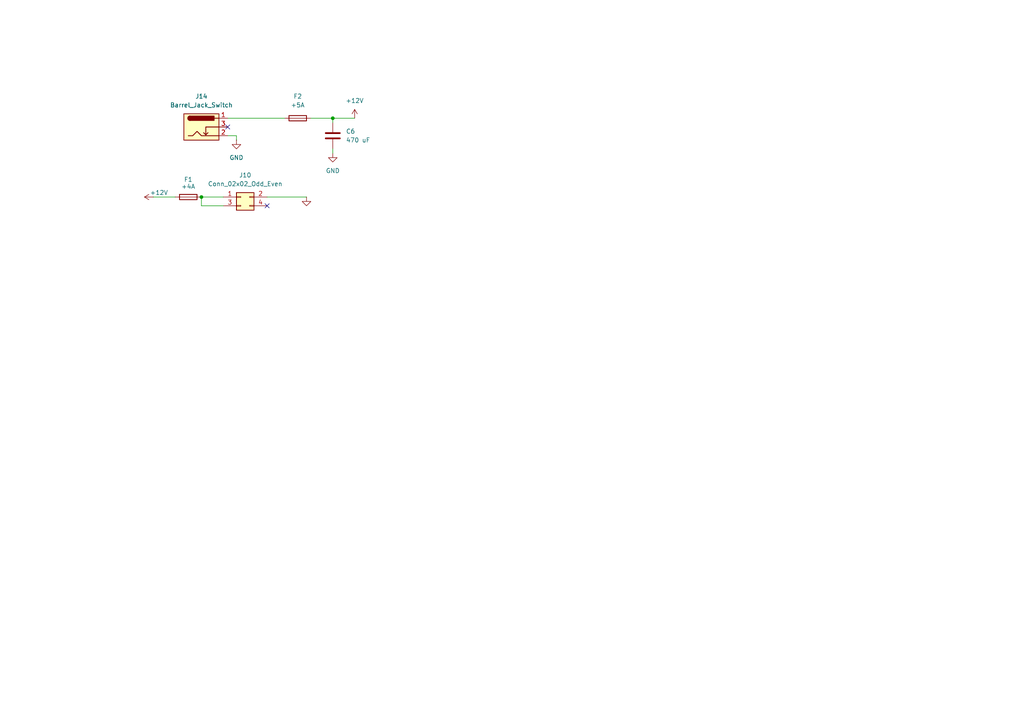
<source format=kicad_sch>
(kicad_sch
	(version 20250114)
	(generator "eeschema")
	(generator_version "9.0")
	(uuid "d95ee64c-d1e3-4d0f-b6e4-566c2b6bec3b")
	(paper "A4")
	(lib_symbols
		(symbol "Connector:Barrel_Jack_Switch"
			(pin_names
				(hide yes)
			)
			(exclude_from_sim no)
			(in_bom yes)
			(on_board yes)
			(property "Reference" "J"
				(at 0 5.334 0)
				(effects
					(font
						(size 1.27 1.27)
					)
				)
			)
			(property "Value" "Barrel_Jack_Switch"
				(at 0 -5.08 0)
				(effects
					(font
						(size 1.27 1.27)
					)
				)
			)
			(property "Footprint" ""
				(at 1.27 -1.016 0)
				(effects
					(font
						(size 1.27 1.27)
					)
					(hide yes)
				)
			)
			(property "Datasheet" "~"
				(at 1.27 -1.016 0)
				(effects
					(font
						(size 1.27 1.27)
					)
					(hide yes)
				)
			)
			(property "Description" "DC Barrel Jack with an internal switch"
				(at 0 0 0)
				(effects
					(font
						(size 1.27 1.27)
					)
					(hide yes)
				)
			)
			(property "ki_keywords" "DC power barrel jack connector"
				(at 0 0 0)
				(effects
					(font
						(size 1.27 1.27)
					)
					(hide yes)
				)
			)
			(property "ki_fp_filters" "BarrelJack*"
				(at 0 0 0)
				(effects
					(font
						(size 1.27 1.27)
					)
					(hide yes)
				)
			)
			(symbol "Barrel_Jack_Switch_0_1"
				(rectangle
					(start -5.08 3.81)
					(end 5.08 -3.81)
					(stroke
						(width 0.254)
						(type default)
					)
					(fill
						(type background)
					)
				)
				(polyline
					(pts
						(xy -3.81 -2.54) (xy -2.54 -2.54) (xy -1.27 -1.27) (xy 0 -2.54) (xy 2.54 -2.54) (xy 5.08 -2.54)
					)
					(stroke
						(width 0.254)
						(type default)
					)
					(fill
						(type none)
					)
				)
				(arc
					(start -3.302 1.905)
					(mid -3.9343 2.54)
					(end -3.302 3.175)
					(stroke
						(width 0.254)
						(type default)
					)
					(fill
						(type none)
					)
				)
				(arc
					(start -3.302 1.905)
					(mid -3.9343 2.54)
					(end -3.302 3.175)
					(stroke
						(width 0.254)
						(type default)
					)
					(fill
						(type outline)
					)
				)
				(polyline
					(pts
						(xy 1.27 -2.286) (xy 1.905 -1.651)
					)
					(stroke
						(width 0.254)
						(type default)
					)
					(fill
						(type none)
					)
				)
				(rectangle
					(start 3.683 3.175)
					(end -3.302 1.905)
					(stroke
						(width 0.254)
						(type default)
					)
					(fill
						(type outline)
					)
				)
				(polyline
					(pts
						(xy 5.08 2.54) (xy 3.81 2.54)
					)
					(stroke
						(width 0.254)
						(type default)
					)
					(fill
						(type none)
					)
				)
				(polyline
					(pts
						(xy 5.08 0) (xy 1.27 0) (xy 1.27 -2.286) (xy 0.635 -1.651)
					)
					(stroke
						(width 0.254)
						(type default)
					)
					(fill
						(type none)
					)
				)
			)
			(symbol "Barrel_Jack_Switch_1_1"
				(pin passive line
					(at 7.62 2.54 180)
					(length 2.54)
					(name "~"
						(effects
							(font
								(size 1.27 1.27)
							)
						)
					)
					(number "1"
						(effects
							(font
								(size 1.27 1.27)
							)
						)
					)
				)
				(pin passive line
					(at 7.62 0 180)
					(length 2.54)
					(name "~"
						(effects
							(font
								(size 1.27 1.27)
							)
						)
					)
					(number "3"
						(effects
							(font
								(size 1.27 1.27)
							)
						)
					)
				)
				(pin passive line
					(at 7.62 -2.54 180)
					(length 2.54)
					(name "~"
						(effects
							(font
								(size 1.27 1.27)
							)
						)
					)
					(number "2"
						(effects
							(font
								(size 1.27 1.27)
							)
						)
					)
				)
			)
			(embedded_fonts no)
		)
		(symbol "Connector_Generic:Conn_02x02_Odd_Even"
			(pin_names
				(offset 1.016)
				(hide yes)
			)
			(exclude_from_sim no)
			(in_bom yes)
			(on_board yes)
			(property "Reference" "J"
				(at 1.27 2.54 0)
				(effects
					(font
						(size 1.27 1.27)
					)
				)
			)
			(property "Value" "Conn_02x02_Odd_Even"
				(at 1.27 -5.08 0)
				(effects
					(font
						(size 1.27 1.27)
					)
				)
			)
			(property "Footprint" ""
				(at 0 0 0)
				(effects
					(font
						(size 1.27 1.27)
					)
					(hide yes)
				)
			)
			(property "Datasheet" "~"
				(at 0 0 0)
				(effects
					(font
						(size 1.27 1.27)
					)
					(hide yes)
				)
			)
			(property "Description" "Generic connector, double row, 02x02, odd/even pin numbering scheme (row 1 odd numbers, row 2 even numbers), script generated (kicad-library-utils/schlib/autogen/connector/)"
				(at 0 0 0)
				(effects
					(font
						(size 1.27 1.27)
					)
					(hide yes)
				)
			)
			(property "ki_keywords" "connector"
				(at 0 0 0)
				(effects
					(font
						(size 1.27 1.27)
					)
					(hide yes)
				)
			)
			(property "ki_fp_filters" "Connector*:*_2x??_*"
				(at 0 0 0)
				(effects
					(font
						(size 1.27 1.27)
					)
					(hide yes)
				)
			)
			(symbol "Conn_02x02_Odd_Even_1_1"
				(rectangle
					(start -1.27 1.27)
					(end 3.81 -3.81)
					(stroke
						(width 0.254)
						(type default)
					)
					(fill
						(type background)
					)
				)
				(rectangle
					(start -1.27 0.127)
					(end 0 -0.127)
					(stroke
						(width 0.1524)
						(type default)
					)
					(fill
						(type none)
					)
				)
				(rectangle
					(start -1.27 -2.413)
					(end 0 -2.667)
					(stroke
						(width 0.1524)
						(type default)
					)
					(fill
						(type none)
					)
				)
				(rectangle
					(start 3.81 0.127)
					(end 2.54 -0.127)
					(stroke
						(width 0.1524)
						(type default)
					)
					(fill
						(type none)
					)
				)
				(rectangle
					(start 3.81 -2.413)
					(end 2.54 -2.667)
					(stroke
						(width 0.1524)
						(type default)
					)
					(fill
						(type none)
					)
				)
				(pin passive line
					(at -5.08 0 0)
					(length 3.81)
					(name "Pin_1"
						(effects
							(font
								(size 1.27 1.27)
							)
						)
					)
					(number "1"
						(effects
							(font
								(size 1.27 1.27)
							)
						)
					)
				)
				(pin passive line
					(at -5.08 -2.54 0)
					(length 3.81)
					(name "Pin_3"
						(effects
							(font
								(size 1.27 1.27)
							)
						)
					)
					(number "3"
						(effects
							(font
								(size 1.27 1.27)
							)
						)
					)
				)
				(pin passive line
					(at 7.62 0 180)
					(length 3.81)
					(name "Pin_2"
						(effects
							(font
								(size 1.27 1.27)
							)
						)
					)
					(number "2"
						(effects
							(font
								(size 1.27 1.27)
							)
						)
					)
				)
				(pin passive line
					(at 7.62 -2.54 180)
					(length 3.81)
					(name "Pin_4"
						(effects
							(font
								(size 1.27 1.27)
							)
						)
					)
					(number "4"
						(effects
							(font
								(size 1.27 1.27)
							)
						)
					)
				)
			)
			(embedded_fonts no)
		)
		(symbol "Device:C"
			(pin_numbers
				(hide yes)
			)
			(pin_names
				(offset 0.254)
			)
			(exclude_from_sim no)
			(in_bom yes)
			(on_board yes)
			(property "Reference" "C"
				(at 0.635 2.54 0)
				(effects
					(font
						(size 1.27 1.27)
					)
					(justify left)
				)
			)
			(property "Value" "C"
				(at 0.635 -2.54 0)
				(effects
					(font
						(size 1.27 1.27)
					)
					(justify left)
				)
			)
			(property "Footprint" ""
				(at 0.9652 -3.81 0)
				(effects
					(font
						(size 1.27 1.27)
					)
					(hide yes)
				)
			)
			(property "Datasheet" "~"
				(at 0 0 0)
				(effects
					(font
						(size 1.27 1.27)
					)
					(hide yes)
				)
			)
			(property "Description" "Unpolarized capacitor"
				(at 0 0 0)
				(effects
					(font
						(size 1.27 1.27)
					)
					(hide yes)
				)
			)
			(property "ki_keywords" "cap capacitor"
				(at 0 0 0)
				(effects
					(font
						(size 1.27 1.27)
					)
					(hide yes)
				)
			)
			(property "ki_fp_filters" "C_*"
				(at 0 0 0)
				(effects
					(font
						(size 1.27 1.27)
					)
					(hide yes)
				)
			)
			(symbol "C_0_1"
				(polyline
					(pts
						(xy -2.032 0.762) (xy 2.032 0.762)
					)
					(stroke
						(width 0.508)
						(type default)
					)
					(fill
						(type none)
					)
				)
				(polyline
					(pts
						(xy -2.032 -0.762) (xy 2.032 -0.762)
					)
					(stroke
						(width 0.508)
						(type default)
					)
					(fill
						(type none)
					)
				)
			)
			(symbol "C_1_1"
				(pin passive line
					(at 0 3.81 270)
					(length 2.794)
					(name "~"
						(effects
							(font
								(size 1.27 1.27)
							)
						)
					)
					(number "1"
						(effects
							(font
								(size 1.27 1.27)
							)
						)
					)
				)
				(pin passive line
					(at 0 -3.81 90)
					(length 2.794)
					(name "~"
						(effects
							(font
								(size 1.27 1.27)
							)
						)
					)
					(number "2"
						(effects
							(font
								(size 1.27 1.27)
							)
						)
					)
				)
			)
			(embedded_fonts no)
		)
		(symbol "Device:Fuse"
			(pin_numbers
				(hide yes)
			)
			(pin_names
				(offset 0)
			)
			(exclude_from_sim no)
			(in_bom yes)
			(on_board yes)
			(property "Reference" "F"
				(at 2.032 0 90)
				(effects
					(font
						(size 1.27 1.27)
					)
				)
			)
			(property "Value" "Fuse"
				(at -1.905 0 90)
				(effects
					(font
						(size 1.27 1.27)
					)
				)
			)
			(property "Footprint" ""
				(at -1.778 0 90)
				(effects
					(font
						(size 1.27 1.27)
					)
					(hide yes)
				)
			)
			(property "Datasheet" "~"
				(at 0 0 0)
				(effects
					(font
						(size 1.27 1.27)
					)
					(hide yes)
				)
			)
			(property "Description" "Fuse"
				(at 0 0 0)
				(effects
					(font
						(size 1.27 1.27)
					)
					(hide yes)
				)
			)
			(property "ki_keywords" "fuse"
				(at 0 0 0)
				(effects
					(font
						(size 1.27 1.27)
					)
					(hide yes)
				)
			)
			(property "ki_fp_filters" "*Fuse*"
				(at 0 0 0)
				(effects
					(font
						(size 1.27 1.27)
					)
					(hide yes)
				)
			)
			(symbol "Fuse_0_1"
				(rectangle
					(start -0.762 -2.54)
					(end 0.762 2.54)
					(stroke
						(width 0.254)
						(type default)
					)
					(fill
						(type none)
					)
				)
				(polyline
					(pts
						(xy 0 2.54) (xy 0 -2.54)
					)
					(stroke
						(width 0)
						(type default)
					)
					(fill
						(type none)
					)
				)
			)
			(symbol "Fuse_1_1"
				(pin passive line
					(at 0 3.81 270)
					(length 1.27)
					(name "~"
						(effects
							(font
								(size 1.27 1.27)
							)
						)
					)
					(number "1"
						(effects
							(font
								(size 1.27 1.27)
							)
						)
					)
				)
				(pin passive line
					(at 0 -3.81 90)
					(length 1.27)
					(name "~"
						(effects
							(font
								(size 1.27 1.27)
							)
						)
					)
					(number "2"
						(effects
							(font
								(size 1.27 1.27)
							)
						)
					)
				)
			)
			(embedded_fonts no)
		)
		(symbol "power:+24V"
			(power)
			(pin_numbers
				(hide yes)
			)
			(pin_names
				(offset 0)
				(hide yes)
			)
			(exclude_from_sim no)
			(in_bom yes)
			(on_board yes)
			(property "Reference" "#PWR"
				(at 0 -3.81 0)
				(effects
					(font
						(size 1.27 1.27)
					)
					(hide yes)
				)
			)
			(property "Value" "+24V"
				(at 0 3.556 0)
				(effects
					(font
						(size 1.27 1.27)
					)
				)
			)
			(property "Footprint" ""
				(at 0 0 0)
				(effects
					(font
						(size 1.27 1.27)
					)
					(hide yes)
				)
			)
			(property "Datasheet" ""
				(at 0 0 0)
				(effects
					(font
						(size 1.27 1.27)
					)
					(hide yes)
				)
			)
			(property "Description" "Power symbol creates a global label with name \"+24V\""
				(at 0 0 0)
				(effects
					(font
						(size 1.27 1.27)
					)
					(hide yes)
				)
			)
			(property "ki_keywords" "global power"
				(at 0 0 0)
				(effects
					(font
						(size 1.27 1.27)
					)
					(hide yes)
				)
			)
			(symbol "+24V_0_1"
				(polyline
					(pts
						(xy -0.762 1.27) (xy 0 2.54)
					)
					(stroke
						(width 0)
						(type default)
					)
					(fill
						(type none)
					)
				)
				(polyline
					(pts
						(xy 0 2.54) (xy 0.762 1.27)
					)
					(stroke
						(width 0)
						(type default)
					)
					(fill
						(type none)
					)
				)
				(polyline
					(pts
						(xy 0 0) (xy 0 2.54)
					)
					(stroke
						(width 0)
						(type default)
					)
					(fill
						(type none)
					)
				)
			)
			(symbol "+24V_1_1"
				(pin power_in line
					(at 0 0 90)
					(length 0)
					(name "~"
						(effects
							(font
								(size 1.27 1.27)
							)
						)
					)
					(number "1"
						(effects
							(font
								(size 1.27 1.27)
							)
						)
					)
				)
			)
			(embedded_fonts no)
		)
		(symbol "power:GND"
			(power)
			(pin_numbers
				(hide yes)
			)
			(pin_names
				(offset 0)
				(hide yes)
			)
			(exclude_from_sim no)
			(in_bom yes)
			(on_board yes)
			(property "Reference" "#PWR"
				(at 0 -6.35 0)
				(effects
					(font
						(size 1.27 1.27)
					)
					(hide yes)
				)
			)
			(property "Value" "GND"
				(at 0 -3.81 0)
				(effects
					(font
						(size 1.27 1.27)
					)
				)
			)
			(property "Footprint" ""
				(at 0 0 0)
				(effects
					(font
						(size 1.27 1.27)
					)
					(hide yes)
				)
			)
			(property "Datasheet" ""
				(at 0 0 0)
				(effects
					(font
						(size 1.27 1.27)
					)
					(hide yes)
				)
			)
			(property "Description" "Power symbol creates a global label with name \"GND\" , ground"
				(at 0 0 0)
				(effects
					(font
						(size 1.27 1.27)
					)
					(hide yes)
				)
			)
			(property "ki_keywords" "global power"
				(at 0 0 0)
				(effects
					(font
						(size 1.27 1.27)
					)
					(hide yes)
				)
			)
			(symbol "GND_0_1"
				(polyline
					(pts
						(xy 0 0) (xy 0 -1.27) (xy 1.27 -1.27) (xy 0 -2.54) (xy -1.27 -1.27) (xy 0 -1.27)
					)
					(stroke
						(width 0)
						(type default)
					)
					(fill
						(type none)
					)
				)
			)
			(symbol "GND_1_1"
				(pin power_in line
					(at 0 0 270)
					(length 0)
					(name "~"
						(effects
							(font
								(size 1.27 1.27)
							)
						)
					)
					(number "1"
						(effects
							(font
								(size 1.27 1.27)
							)
						)
					)
				)
			)
			(embedded_fonts no)
		)
	)
	(junction
		(at 96.52 34.29)
		(diameter 0)
		(color 0 0 0 0)
		(uuid "5056f9b5-8a72-4f7f-bb0c-d19cae85fe25")
	)
	(junction
		(at 58.42 57.15)
		(diameter 0)
		(color 0 0 0 0)
		(uuid "b8b9e0ab-1a36-489a-9804-04c98b083a72")
	)
	(no_connect
		(at 77.47 59.69)
		(uuid "37e7169d-64eb-4c21-99f9-b93686cff45b")
	)
	(no_connect
		(at 66.04 36.83)
		(uuid "7ef0fb59-8950-4579-8ed2-b40fad960908")
	)
	(wire
		(pts
			(xy 96.52 35.56) (xy 96.52 34.29)
		)
		(stroke
			(width 0)
			(type default)
		)
		(uuid "09eff7ba-c64c-4ade-8fd0-47beb07fa485")
	)
	(wire
		(pts
			(xy 96.52 34.29) (xy 102.87 34.29)
		)
		(stroke
			(width 0)
			(type default)
		)
		(uuid "28ac6df3-1711-46fc-8bce-4d51bbea74f6")
	)
	(wire
		(pts
			(xy 58.42 57.15) (xy 58.42 59.69)
		)
		(stroke
			(width 0)
			(type default)
		)
		(uuid "30e9f3b8-8995-49d4-b113-0a0ef231f59e")
	)
	(wire
		(pts
			(xy 66.04 34.29) (xy 82.55 34.29)
		)
		(stroke
			(width 0)
			(type default)
		)
		(uuid "69230b66-d653-4c37-94ff-916f824ba5fb")
	)
	(wire
		(pts
			(xy 58.42 57.15) (xy 64.77 57.15)
		)
		(stroke
			(width 0)
			(type default)
		)
		(uuid "8215c651-de3d-4812-95d5-2e8688e8451f")
	)
	(wire
		(pts
			(xy 77.47 57.15) (xy 88.9 57.15)
		)
		(stroke
			(width 0)
			(type default)
		)
		(uuid "88057486-85ff-4c46-93fa-34a425330cf0")
	)
	(wire
		(pts
			(xy 96.52 43.18) (xy 96.52 44.45)
		)
		(stroke
			(width 0)
			(type default)
		)
		(uuid "9df08309-3e67-4d02-a473-90be4484a3f2")
	)
	(wire
		(pts
			(xy 96.52 34.29) (xy 90.17 34.29)
		)
		(stroke
			(width 0)
			(type default)
		)
		(uuid "ac85f570-c31c-4254-b166-45819f346b61")
	)
	(wire
		(pts
			(xy 44.45 57.15) (xy 50.8 57.15)
		)
		(stroke
			(width 0)
			(type default)
		)
		(uuid "ca2402f1-a749-4a97-98e7-67212b45de9d")
	)
	(wire
		(pts
			(xy 68.58 39.37) (xy 68.58 40.64)
		)
		(stroke
			(width 0)
			(type default)
		)
		(uuid "cd1ed42d-42e7-499c-8f89-0ed3ae1d03e4")
	)
	(wire
		(pts
			(xy 58.42 59.69) (xy 64.77 59.69)
		)
		(stroke
			(width 0)
			(type default)
		)
		(uuid "da8c0d26-9a83-46a1-bad7-1eff6f9da670")
	)
	(wire
		(pts
			(xy 66.04 39.37) (xy 68.58 39.37)
		)
		(stroke
			(width 0)
			(type default)
		)
		(uuid "f0e91841-b627-4527-93f5-03f83ccffa8c")
	)
	(symbol
		(lib_id "power:+24V")
		(at 44.45 57.15 90)
		(mirror x)
		(unit 1)
		(exclude_from_sim no)
		(in_bom yes)
		(on_board yes)
		(dnp no)
		(uuid "2137e4f9-1573-49f3-b5b3-da44441d298b")
		(property "Reference" "#PWR029"
			(at 48.26 57.15 0)
			(effects
				(font
					(size 1.27 1.27)
				)
				(hide yes)
			)
		)
		(property "Value" "+12V"
			(at 48.768 55.88 90)
			(effects
				(font
					(size 1.27 1.27)
				)
				(justify left)
			)
		)
		(property "Footprint" ""
			(at 44.45 57.15 0)
			(effects
				(font
					(size 1.27 1.27)
				)
				(hide yes)
			)
		)
		(property "Datasheet" ""
			(at 44.45 57.15 0)
			(effects
				(font
					(size 1.27 1.27)
				)
				(hide yes)
			)
		)
		(property "Description" "Power symbol creates a global label with name \"+24V\""
			(at 44.45 57.15 0)
			(effects
				(font
					(size 1.27 1.27)
				)
				(hide yes)
			)
		)
		(pin "1"
			(uuid "f6dc0e6b-465c-4c06-bc3d-9d977b15602a")
		)
		(instances
			(project "TSOMProject"
				(path "/f13eb969-5de0-437e-a1b7-e0204111e0b2/3dfa5878-c6a8-4afa-a50e-575ab1e49328"
					(reference "#PWR029")
					(unit 1)
				)
			)
		)
	)
	(symbol
		(lib_id "power:GND")
		(at 68.58 40.64 0)
		(unit 1)
		(exclude_from_sim no)
		(in_bom yes)
		(on_board yes)
		(dnp no)
		(fields_autoplaced yes)
		(uuid "2e81e792-ebd1-479b-875b-cb94ca98ab56")
		(property "Reference" "#PWR046"
			(at 68.58 46.99 0)
			(effects
				(font
					(size 1.27 1.27)
				)
				(hide yes)
			)
		)
		(property "Value" "GND"
			(at 68.58 45.72 0)
			(effects
				(font
					(size 1.27 1.27)
				)
			)
		)
		(property "Footprint" ""
			(at 68.58 40.64 0)
			(effects
				(font
					(size 1.27 1.27)
				)
				(hide yes)
			)
		)
		(property "Datasheet" ""
			(at 68.58 40.64 0)
			(effects
				(font
					(size 1.27 1.27)
				)
				(hide yes)
			)
		)
		(property "Description" "Power symbol creates a global label with name \"GND\" , ground"
			(at 68.58 40.64 0)
			(effects
				(font
					(size 1.27 1.27)
				)
				(hide yes)
			)
		)
		(pin "1"
			(uuid "b346ceb3-c348-4849-a191-a1855f1061a7")
		)
		(instances
			(project ""
				(path "/f13eb969-5de0-437e-a1b7-e0204111e0b2/3dfa5878-c6a8-4afa-a50e-575ab1e49328"
					(reference "#PWR046")
					(unit 1)
				)
			)
		)
	)
	(symbol
		(lib_id "Device:Fuse")
		(at 86.36 34.29 90)
		(unit 1)
		(exclude_from_sim no)
		(in_bom yes)
		(on_board yes)
		(dnp no)
		(fields_autoplaced yes)
		(uuid "36965185-f08d-45d5-86bf-f7eef8ed092f")
		(property "Reference" "F2"
			(at 86.36 27.94 90)
			(effects
				(font
					(size 1.27 1.27)
				)
			)
		)
		(property "Value" "+5A"
			(at 86.36 30.48 90)
			(effects
				(font
					(size 1.27 1.27)
				)
			)
		)
		(property "Footprint" "Fuse:Fuseholder_Blade_Mini_Keystone_3568"
			(at 86.36 36.068 90)
			(effects
				(font
					(size 1.27 1.27)
				)
				(hide yes)
			)
		)
		(property "Datasheet" "~"
			(at 86.36 34.29 0)
			(effects
				(font
					(size 1.27 1.27)
				)
				(hide yes)
			)
		)
		(property "Description" "Fuse"
			(at 86.36 34.29 0)
			(effects
				(font
					(size 1.27 1.27)
				)
				(hide yes)
			)
		)
		(pin "1"
			(uuid "559dc44b-36cf-4a7d-940f-03acadac1e37")
		)
		(pin "2"
			(uuid "7ee93998-682b-4426-a166-163084b78f24")
		)
		(instances
			(project "TSOMProject"
				(path "/f13eb969-5de0-437e-a1b7-e0204111e0b2/3dfa5878-c6a8-4afa-a50e-575ab1e49328"
					(reference "F2")
					(unit 1)
				)
			)
		)
	)
	(symbol
		(lib_id "power:+24V")
		(at 102.87 34.29 0)
		(mirror y)
		(unit 1)
		(exclude_from_sim no)
		(in_bom yes)
		(on_board yes)
		(dnp no)
		(fields_autoplaced yes)
		(uuid "3d9b6966-9206-4933-ae80-a7c511d539f1")
		(property "Reference" "#PWR050"
			(at 102.87 38.1 0)
			(effects
				(font
					(size 1.27 1.27)
				)
				(hide yes)
			)
		)
		(property "Value" "+12V"
			(at 102.87 29.21 0)
			(effects
				(font
					(size 1.27 1.27)
				)
			)
		)
		(property "Footprint" ""
			(at 102.87 34.29 0)
			(effects
				(font
					(size 1.27 1.27)
				)
				(hide yes)
			)
		)
		(property "Datasheet" ""
			(at 102.87 34.29 0)
			(effects
				(font
					(size 1.27 1.27)
				)
				(hide yes)
			)
		)
		(property "Description" "Power symbol creates a global label with name \"+24V\""
			(at 102.87 34.29 0)
			(effects
				(font
					(size 1.27 1.27)
				)
				(hide yes)
			)
		)
		(pin "1"
			(uuid "7433b7e8-e11a-4788-981d-e59950d9bf3e")
		)
		(instances
			(project "TSOMProject"
				(path "/f13eb969-5de0-437e-a1b7-e0204111e0b2/3dfa5878-c6a8-4afa-a50e-575ab1e49328"
					(reference "#PWR050")
					(unit 1)
				)
			)
		)
	)
	(symbol
		(lib_id "Connector:Barrel_Jack_Switch")
		(at 58.42 36.83 0)
		(unit 1)
		(exclude_from_sim no)
		(in_bom yes)
		(on_board yes)
		(dnp no)
		(fields_autoplaced yes)
		(uuid "4cdd47c1-6d44-4237-8ad9-b26cd9450400")
		(property "Reference" "J14"
			(at 58.42 27.94 0)
			(effects
				(font
					(size 1.27 1.27)
				)
			)
		)
		(property "Value" "Barrel_Jack_Switch"
			(at 58.42 30.48 0)
			(effects
				(font
					(size 1.27 1.27)
				)
			)
		)
		(property "Footprint" "KiCad:694108301002"
			(at 59.69 37.846 0)
			(effects
				(font
					(size 1.27 1.27)
				)
				(hide yes)
			)
		)
		(property "Datasheet" "~"
			(at 59.69 37.846 0)
			(effects
				(font
					(size 1.27 1.27)
				)
				(hide yes)
			)
		)
		(property "Description" "DC Barrel Jack with an internal switch"
			(at 58.42 36.83 0)
			(effects
				(font
					(size 1.27 1.27)
				)
				(hide yes)
			)
		)
		(pin "3"
			(uuid "5f698af2-8b0d-44af-bffb-7afb276e947f")
		)
		(pin "2"
			(uuid "a4d9a101-c6fb-41a6-83d8-18f958176346")
		)
		(pin "1"
			(uuid "69661811-9b41-43f4-89d8-ad25e368a969")
		)
		(instances
			(project ""
				(path "/f13eb969-5de0-437e-a1b7-e0204111e0b2/3dfa5878-c6a8-4afa-a50e-575ab1e49328"
					(reference "J14")
					(unit 1)
				)
			)
		)
	)
	(symbol
		(lib_id "power:GND")
		(at 96.52 44.45 0)
		(unit 1)
		(exclude_from_sim no)
		(in_bom yes)
		(on_board yes)
		(dnp no)
		(fields_autoplaced yes)
		(uuid "624be049-cce9-49cd-9d88-46927fc1c90a")
		(property "Reference" "#PWR048"
			(at 96.52 50.8 0)
			(effects
				(font
					(size 1.27 1.27)
				)
				(hide yes)
			)
		)
		(property "Value" "GND"
			(at 96.52 49.53 0)
			(effects
				(font
					(size 1.27 1.27)
				)
			)
		)
		(property "Footprint" ""
			(at 96.52 44.45 0)
			(effects
				(font
					(size 1.27 1.27)
				)
				(hide yes)
			)
		)
		(property "Datasheet" ""
			(at 96.52 44.45 0)
			(effects
				(font
					(size 1.27 1.27)
				)
				(hide yes)
			)
		)
		(property "Description" "Power symbol creates a global label with name \"GND\" , ground"
			(at 96.52 44.45 0)
			(effects
				(font
					(size 1.27 1.27)
				)
				(hide yes)
			)
		)
		(pin "1"
			(uuid "404e7316-31d8-499e-97c0-79f939756447")
		)
		(instances
			(project "TSOMProject"
				(path "/f13eb969-5de0-437e-a1b7-e0204111e0b2/3dfa5878-c6a8-4afa-a50e-575ab1e49328"
					(reference "#PWR048")
					(unit 1)
				)
			)
		)
	)
	(symbol
		(lib_id "Device:C")
		(at 96.52 39.37 0)
		(unit 1)
		(exclude_from_sim no)
		(in_bom yes)
		(on_board yes)
		(dnp no)
		(fields_autoplaced yes)
		(uuid "b5e009f2-bbc8-49d1-b978-d2cec93e71c4")
		(property "Reference" "C6"
			(at 100.33 38.0999 0)
			(effects
				(font
					(size 1.27 1.27)
				)
				(justify left)
			)
		)
		(property "Value" "470 uF"
			(at 100.33 40.6399 0)
			(effects
				(font
					(size 1.27 1.27)
				)
				(justify left)
			)
		)
		(property "Footprint" "Capacitor_SMD:C_0603_1608Metric_Pad1.08x0.95mm_HandSolder"
			(at 97.4852 43.18 0)
			(effects
				(font
					(size 1.27 1.27)
				)
				(hide yes)
			)
		)
		(property "Datasheet" "~"
			(at 96.52 39.37 0)
			(effects
				(font
					(size 1.27 1.27)
				)
				(hide yes)
			)
		)
		(property "Description" "Unpolarized capacitor"
			(at 96.52 39.37 0)
			(effects
				(font
					(size 1.27 1.27)
				)
				(hide yes)
			)
		)
		(pin "2"
			(uuid "f7a09d5a-30c9-4822-80eb-fe4ef476d79b")
		)
		(pin "1"
			(uuid "89ac17f2-293a-4b57-81c8-99c24249a227")
		)
		(instances
			(project "TSOMProject"
				(path "/f13eb969-5de0-437e-a1b7-e0204111e0b2/3dfa5878-c6a8-4afa-a50e-575ab1e49328"
					(reference "C6")
					(unit 1)
				)
			)
		)
	)
	(symbol
		(lib_id "Device:Fuse")
		(at 54.61 57.15 90)
		(unit 1)
		(exclude_from_sim no)
		(in_bom yes)
		(on_board yes)
		(dnp no)
		(uuid "d51e13a2-932f-466a-90f5-0688d98b138b")
		(property "Reference" "F1"
			(at 54.61 52.07 90)
			(effects
				(font
					(size 1.27 1.27)
				)
			)
		)
		(property "Value" "+4A"
			(at 54.61 54.102 90)
			(effects
				(font
					(size 1.27 1.27)
				)
			)
		)
		(property "Footprint" "Fuse:Fuseholder_Blade_Mini_Keystone_3568"
			(at 54.61 58.928 90)
			(effects
				(font
					(size 1.27 1.27)
				)
				(hide yes)
			)
		)
		(property "Datasheet" "~"
			(at 54.61 57.15 0)
			(effects
				(font
					(size 1.27 1.27)
				)
				(hide yes)
			)
		)
		(property "Description" "Fuse"
			(at 54.61 57.15 0)
			(effects
				(font
					(size 1.27 1.27)
				)
				(hide yes)
			)
		)
		(pin "1"
			(uuid "d2d73a9f-7d8e-4d15-ba09-0cbbb21aecba")
		)
		(pin "2"
			(uuid "ae00bb80-d319-4b76-b63c-8809f03e8ad4")
		)
		(instances
			(project "TSOMProject"
				(path "/f13eb969-5de0-437e-a1b7-e0204111e0b2/3dfa5878-c6a8-4afa-a50e-575ab1e49328"
					(reference "F1")
					(unit 1)
				)
			)
		)
	)
	(symbol
		(lib_id "power:GND")
		(at 88.9 57.15 0)
		(unit 1)
		(exclude_from_sim no)
		(in_bom yes)
		(on_board yes)
		(dnp no)
		(fields_autoplaced yes)
		(uuid "ecc080bf-a4bd-4ef0-ae9b-dc2fa145451e")
		(property "Reference" "#PWR042"
			(at 88.9 63.5 0)
			(effects
				(font
					(size 1.27 1.27)
				)
				(hide yes)
			)
		)
		(property "Value" "GND"
			(at 88.9 62.23 0)
			(effects
				(font
					(size 1.27 1.27)
				)
				(hide yes)
			)
		)
		(property "Footprint" ""
			(at 88.9 57.15 0)
			(effects
				(font
					(size 1.27 1.27)
				)
				(hide yes)
			)
		)
		(property "Datasheet" ""
			(at 88.9 57.15 0)
			(effects
				(font
					(size 1.27 1.27)
				)
				(hide yes)
			)
		)
		(property "Description" "Power symbol creates a global label with name \"GND\" , ground"
			(at 88.9 57.15 0)
			(effects
				(font
					(size 1.27 1.27)
				)
				(hide yes)
			)
		)
		(pin "1"
			(uuid "bbec9edb-cb0d-4726-86cc-88aa0665edef")
		)
		(instances
			(project "TSOMProject"
				(path "/f13eb969-5de0-437e-a1b7-e0204111e0b2/3dfa5878-c6a8-4afa-a50e-575ab1e49328"
					(reference "#PWR042")
					(unit 1)
				)
			)
		)
	)
	(symbol
		(lib_id "Connector_Generic:Conn_02x02_Odd_Even")
		(at 69.85 57.15 0)
		(unit 1)
		(exclude_from_sim no)
		(in_bom yes)
		(on_board yes)
		(dnp no)
		(fields_autoplaced yes)
		(uuid "ef1cf269-b62f-43c1-950a-59da5e22e644")
		(property "Reference" "J10"
			(at 71.12 50.8 0)
			(effects
				(font
					(size 1.27 1.27)
				)
			)
		)
		(property "Value" "Conn_02x02_Odd_Even"
			(at 71.12 53.34 0)
			(effects
				(font
					(size 1.27 1.27)
				)
			)
		)
		(property "Footprint" "Connector_Molex:Molex_Nano-Fit_105310-xx04_2x02_P2.50mm_Vertical"
			(at 69.85 57.15 0)
			(effects
				(font
					(size 1.27 1.27)
				)
				(hide yes)
			)
		)
		(property "Datasheet" "~"
			(at 69.85 57.15 0)
			(effects
				(font
					(size 1.27 1.27)
				)
				(hide yes)
			)
		)
		(property "Description" "Generic connector, double row, 02x02, odd/even pin numbering scheme (row 1 odd numbers, row 2 even numbers), script generated (kicad-library-utils/schlib/autogen/connector/)"
			(at 69.85 57.15 0)
			(effects
				(font
					(size 1.27 1.27)
				)
				(hide yes)
			)
		)
		(pin "3"
			(uuid "2f0e94cb-36c4-4760-b8b4-6d750783b7d5")
		)
		(pin "1"
			(uuid "4d19ce0c-093a-45d0-bdef-560abb28f675")
		)
		(pin "2"
			(uuid "c3917a41-b71d-48c2-8cd5-32c8609c4562")
		)
		(pin "4"
			(uuid "88b9e96f-a8a4-43bd-a329-d96efb49bab8")
		)
		(instances
			(project ""
				(path "/f13eb969-5de0-437e-a1b7-e0204111e0b2/3dfa5878-c6a8-4afa-a50e-575ab1e49328"
					(reference "J10")
					(unit 1)
				)
			)
		)
	)
)

</source>
